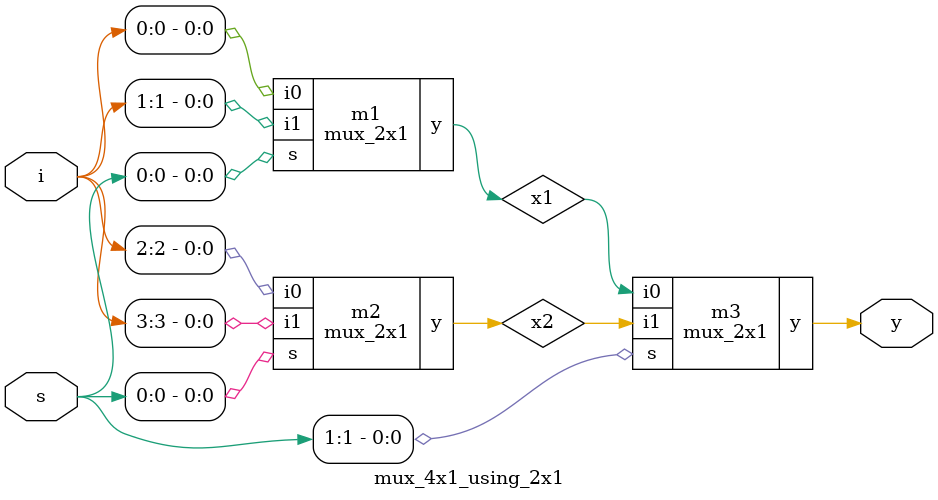
<source format=v>
module mux_2x1(y, i0, i1, s);
	
	input i0, i1; // input line
	input s; // select line
	output y;

	assign y = (~s&i0) | (s&i1);

endmodule


module mux_4x1_using_2x1(y, i, s);

	input [3:0] i;
	input [1:0] s;
	output y;
	wire x1, x2;
	
	mux_2x1 m1(x1, i[0], i[1], s[0]);
	mux_2x1 m2(x2, i[2], i[3], s[0]);
	mux_2x1 m3(y, x1, x2, s[1]);

endmodule

</source>
